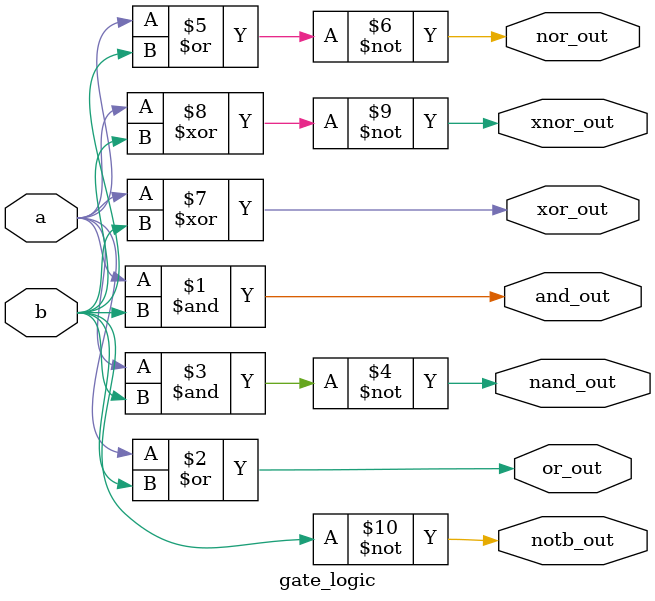
<source format=v>
module gate_logic(a,b,and_out,or_out,nand_out,nor_out,notb_out,xor_out,xnor_out);
input a,b;
output and_out,or_out,nand_out,nor_out,notb_out,xor_out,xnor_out;
and a1 (and_out,a,b);
or o1(or_out,a,b);
nand n1(nand_out,a,b);
nor n2(nor_out,a,b);
not n3(notb_out,b);
xor x1(xor_out,a,b);
xnor x2 (xnor_out,a,b);
endmodule

</source>
